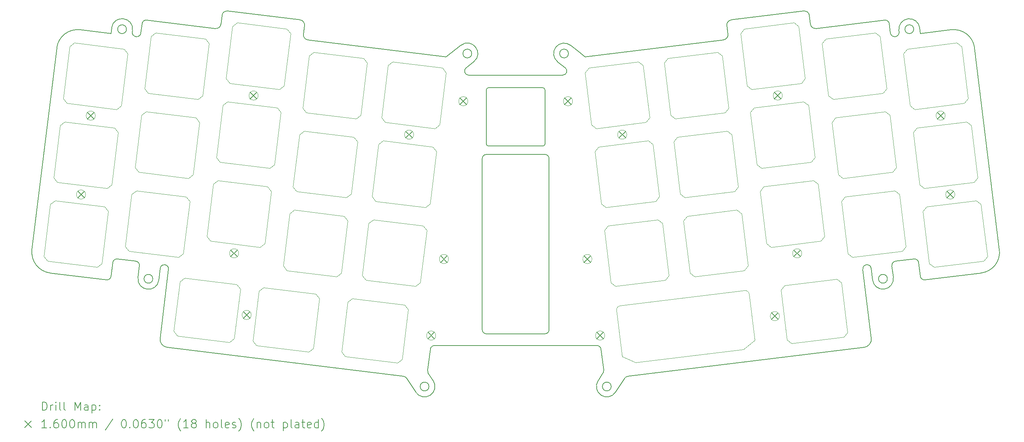
<source format=gbr>
%TF.GenerationSoftware,KiCad,Pcbnew,7.0.10-7.0.10~ubuntu23.04.1*%
%TF.CreationDate,Date%
%TF.ProjectId,plate_asym,706c6174-655f-4617-9379-6d2e6b696361,v0.1*%
%TF.SameCoordinates,Original*%
%TF.FileFunction,Drillmap*%
%TF.FilePolarity,Positive*%
%FSLAX45Y45*%
G04 Gerber Fmt 4.5, Leading zero omitted, Abs format (unit mm)*
G04 Created by KiCad*
%MOMM*%
%LPD*%
G01*
G04 APERTURE LIST*
%ADD10C,0.200000*%
%ADD11C,0.050000*%
%ADD12C,0.160000*%
G04 APERTURE END LIST*
D10*
X7768292Y-5899563D02*
X9505248Y-6112834D01*
X13000263Y-6996607D02*
X13352501Y-6720889D01*
X24349350Y-12254164D02*
G75*
G03*
X24460788Y-12341232I99260J12194D01*
G01*
X17344395Y-14654494D02*
X23002554Y-13959760D01*
X15313947Y-9135806D02*
X14013947Y-9135806D01*
X5019723Y-11927357D02*
X4979547Y-12254570D01*
X3086355Y-11619111D02*
G75*
G03*
X3521694Y-12176319I496255J-60949D01*
G01*
X13660987Y-7114385D02*
G75*
G03*
X13352501Y-6720889I-154247J196745D01*
G01*
X16636342Y-14759971D02*
G75*
G03*
X17055221Y-15032984I209438J-136509D01*
G01*
X13611743Y-6917636D02*
G75*
G03*
X13401743Y-6917636I-105000J0D01*
G01*
X13401743Y-6917636D02*
G75*
G03*
X13611743Y-6917636I105000J0D01*
G01*
X5131165Y-11840286D02*
G75*
G03*
X5019723Y-11927357I-12195J-99244D01*
G01*
X6155813Y-12066852D02*
X6121562Y-12345799D01*
X12273674Y-15033392D02*
X12056088Y-14699552D01*
X5574672Y-6512416D02*
X5582675Y-6513399D01*
X25807199Y-12175911D02*
G75*
G03*
X26242538Y-11618705I-60919J496261D01*
G01*
X9609729Y-6246564D02*
X9583984Y-6456240D01*
X23002554Y-13959759D02*
G75*
G03*
X23176689Y-13736877I-24374J198509D01*
G01*
X12720579Y-13914990D02*
X16608264Y-13914636D01*
X24349347Y-12254164D02*
X24309170Y-11926951D01*
X5487603Y-6400975D02*
G75*
G03*
X5574672Y-6512416I99257J-12185D01*
G01*
X6152205Y-13737283D02*
X6354315Y-12091221D01*
X5659546Y-12005918D02*
G75*
G03*
X5572472Y-11894475I-99266J12178D01*
G01*
X5625289Y-12284864D02*
X5659540Y-12005917D01*
X21720071Y-6213315D02*
G75*
G03*
X21853807Y-6317795I119129J14655D01*
G01*
X6326340Y-13960166D02*
X11984498Y-14654900D01*
X24335684Y-6303549D02*
G75*
G03*
X23836896Y-6364792I-249394J-30621D01*
G01*
X23207331Y-12345393D02*
X23173081Y-12066446D01*
X7475087Y-6318200D02*
G75*
G03*
X7608817Y-6213720I14613J119120D01*
G01*
X19640428Y-6589563D02*
G75*
G03*
X19744910Y-6455834I-14608J119093D01*
G01*
X23207335Y-12345393D02*
G75*
G03*
X23703604Y-12284458I248135J30463D01*
G01*
X14013947Y-7735806D02*
X15313947Y-7735806D01*
X9583985Y-6456240D02*
G75*
G03*
X9688465Y-6589969I119085J-14640D01*
G01*
X13477932Y-7257363D02*
G75*
G03*
X13539500Y-7436170I61558J-78807D01*
G01*
X9609728Y-6246564D02*
G75*
G03*
X9505248Y-6112834I-119118J14614D01*
G01*
X25648849Y-6783501D02*
X26242538Y-11618705D01*
X15927151Y-6917230D02*
G75*
G03*
X15717151Y-6917230I-105000J0D01*
G01*
X15717151Y-6917230D02*
G75*
G03*
X15927151Y-6917230I105000J0D01*
G01*
X15464069Y-9434813D02*
X15464069Y-13534813D01*
X13539500Y-7436170D02*
X15789529Y-7435847D01*
X24352305Y-6438942D02*
X25091641Y-6348163D01*
X15364069Y-13634813D02*
X13964069Y-13634813D01*
X13660985Y-7114383D02*
X13477930Y-7257360D01*
X5491997Y-6365198D02*
G75*
G03*
X4993213Y-6303955I-249392J30621D01*
G01*
X21853807Y-6317795D02*
X23495992Y-6116160D01*
X5625289Y-12284864D02*
G75*
G03*
X6121562Y-12345799I248137J-30467D01*
G01*
X16170920Y-6872985D02*
X16328630Y-6996201D01*
X4237252Y-6348569D02*
X4976589Y-6439348D01*
X5832901Y-6116571D02*
G75*
G03*
X5721460Y-6203634I-12191J-99249D01*
G01*
X12720579Y-13914988D02*
G75*
G03*
X12621475Y-14001701I11J-100002D01*
G01*
X23756422Y-11894072D02*
G75*
G03*
X23669354Y-12005511I12178J-99248D01*
G01*
X15976392Y-6720482D02*
X16170920Y-6872985D01*
X4237252Y-6348570D02*
G75*
G03*
X3680044Y-6783907I-60922J-496290D01*
G01*
X13864077Y-13534813D02*
G75*
G03*
X13964069Y-13634813I100023J23D01*
G01*
X19744910Y-6455834D02*
X19719165Y-6246158D01*
X23669354Y-12005511D02*
X23703604Y-12284458D01*
X23560468Y-12314926D02*
G75*
G03*
X23350468Y-12314926I-105000J0D01*
G01*
X23350468Y-12314926D02*
G75*
G03*
X23560468Y-12314926I105000J0D01*
G01*
X5832902Y-6116566D02*
X7475087Y-6318201D01*
X15363954Y-7785806D02*
G75*
G03*
X15313947Y-7735806I-50004J-4D01*
G01*
X25807199Y-12175913D02*
X24460788Y-12341232D01*
X23607431Y-6203228D02*
G75*
G03*
X23495992Y-6116160I-99251J-12182D01*
G01*
X17272806Y-14699146D02*
X17055220Y-15032986D01*
X15363947Y-7785806D02*
X15363947Y-9085806D01*
X4868105Y-12341637D02*
G75*
G03*
X4979547Y-12254570I12185J99257D01*
G01*
X5582675Y-6513397D02*
G75*
G03*
X5694116Y-6426331I12185J99257D01*
G01*
X16707385Y-14001340D02*
X16774719Y-14503251D01*
X23634779Y-6425925D02*
G75*
G03*
X23746219Y-6512993I99261J12195D01*
G01*
X13964069Y-9334813D02*
X15364069Y-9334813D01*
X16707385Y-14001340D02*
G75*
G03*
X16608264Y-13914636I-99115J-13300D01*
G01*
X19823646Y-6112429D02*
X21560602Y-5899157D01*
X12588114Y-14896882D02*
G75*
G03*
X12378114Y-14896882I-105000J0D01*
G01*
X12378114Y-14896882D02*
G75*
G03*
X12588114Y-14896882I105000J0D01*
G01*
X24191288Y-6334171D02*
G75*
G03*
X23981288Y-6334171I-105000J0D01*
G01*
X23981288Y-6334171D02*
G75*
G03*
X24191288Y-6334171I105000J0D01*
G01*
X23836896Y-6364792D02*
X23841289Y-6400569D01*
X23607433Y-6203228D02*
X23634777Y-6425925D01*
X13964069Y-9334809D02*
G75*
G03*
X13864069Y-9434813I1J-100001D01*
G01*
X25648854Y-6783501D02*
G75*
G03*
X25091641Y-6348163I-496284J-60949D01*
G01*
X12273673Y-15033389D02*
G75*
G03*
X12692555Y-14760375I209444J136503D01*
G01*
X9688465Y-6589970D02*
X13000263Y-6996607D01*
X16328630Y-6996201D02*
X19640428Y-6589564D01*
X15313947Y-9135807D02*
G75*
G03*
X15363947Y-9085806I3J49997D01*
G01*
X24309168Y-11926952D02*
G75*
G03*
X24197729Y-11839884I-99248J-12178D01*
G01*
X15464067Y-9434813D02*
G75*
G03*
X15364069Y-9334813I-99997J3D01*
G01*
X16636338Y-14759969D02*
X16759388Y-14571135D01*
X15976392Y-6720483D02*
G75*
G03*
X15667909Y-7113977I-154242J-196747D01*
G01*
X13963947Y-9085806D02*
X13963947Y-7785806D01*
X15789529Y-7435849D02*
G75*
G03*
X15851070Y-7257038I-9J99999D01*
G01*
X16950780Y-14896476D02*
G75*
G03*
X16740779Y-14896476I-105000J0D01*
G01*
X16740779Y-14896476D02*
G75*
G03*
X16950780Y-14896476I105000J0D01*
G01*
X4868105Y-12341638D02*
X3521694Y-12176319D01*
X23756422Y-11894069D02*
X24197729Y-11839884D01*
X5131165Y-11840290D02*
X5572472Y-11894475D01*
X12554177Y-14503658D02*
G75*
G03*
X12569505Y-14571541I99113J-13292D01*
G01*
X12569505Y-14571541D02*
X12692555Y-14760375D01*
X5487605Y-6400975D02*
X5491997Y-6365198D01*
X17344396Y-14654496D02*
G75*
G03*
X17272806Y-14699146I12184J-99254D01*
G01*
X21694332Y-6003638D02*
X21720076Y-6213314D01*
X23173082Y-12066442D02*
G75*
G03*
X22974578Y-12090815I-99252J-12188D01*
G01*
X24352260Y-6438580D02*
X24335681Y-6303549D01*
X16759388Y-14571135D02*
G75*
G03*
X16774719Y-14503251I-83778J54595D01*
G01*
X6152205Y-13737283D02*
G75*
G03*
X6326340Y-13960166I198505J-24377D01*
G01*
X13864069Y-13534813D02*
X13864069Y-9434813D01*
X19823646Y-6112427D02*
G75*
G03*
X19719165Y-6246158I14634J-119113D01*
G01*
X23746219Y-6512993D02*
X23754221Y-6512010D01*
X7608817Y-6213720D02*
X7634562Y-6004044D01*
X5978426Y-12315332D02*
G75*
G03*
X5768426Y-12315332I-105000J0D01*
G01*
X5768426Y-12315332D02*
G75*
G03*
X5978426Y-12315332I105000J0D01*
G01*
X12554174Y-14503657D02*
X12621475Y-14001701D01*
X5694116Y-6426331D02*
X5721460Y-6203634D01*
X12056089Y-14699551D02*
G75*
G03*
X11984498Y-14654900I-83779J-54609D01*
G01*
X15851070Y-7257038D02*
X15667909Y-7113977D01*
X13963954Y-9085806D02*
G75*
G03*
X14013947Y-9135806I49996J-4D01*
G01*
X5347605Y-6334577D02*
G75*
G03*
X5137605Y-6334577I-105000J0D01*
G01*
X5137605Y-6334577D02*
G75*
G03*
X5347605Y-6334577I105000J0D01*
G01*
X15364069Y-13634819D02*
G75*
G03*
X15464069Y-13534813I-9J100009D01*
G01*
X14013947Y-7735807D02*
G75*
G03*
X13963947Y-7785806I3J-50003D01*
G01*
X3086356Y-11619111D02*
X3680044Y-6783907D01*
X4993213Y-6303955D02*
X4976633Y-6438986D01*
X21694340Y-6003637D02*
G75*
G03*
X21560602Y-5899157I-119120J-14643D01*
G01*
X23754221Y-6512008D02*
G75*
G03*
X23841289Y-6400569I-12191J99258D01*
G01*
X22974578Y-12090815D02*
X23176689Y-13736877D01*
X6354308Y-12091220D02*
G75*
G03*
X6155813Y-12066848I-99248J12180D01*
G01*
X7768292Y-5899557D02*
G75*
G03*
X7634562Y-6004044I-14603J-119133D01*
G01*
D11*
X19960333Y-10667365D02*
X18769278Y-10813608D01*
X19960333Y-10667365D02*
X20071774Y-10754433D01*
X18682210Y-10925050D02*
X18769278Y-10813608D01*
X18682210Y-10925050D02*
X18835765Y-12175658D01*
X20225330Y-12005041D02*
X20071774Y-10754433D01*
X18835765Y-12175658D02*
X18947207Y-12262726D01*
X20138262Y-12116482D02*
X20225330Y-12005041D01*
X18947207Y-12262726D02*
X20138262Y-12116482D01*
X21793093Y-9962504D02*
X20602038Y-10108747D01*
X21793093Y-9962504D02*
X21904535Y-10049572D01*
X20514970Y-10220189D02*
X20602038Y-10108747D01*
X20514970Y-10220189D02*
X20668525Y-11470797D01*
X22058090Y-11300180D02*
X21904535Y-10049572D01*
X20668525Y-11470797D02*
X20779967Y-11557864D01*
X21971022Y-11411621D02*
X22058090Y-11300180D01*
X20779967Y-11557864D02*
X21971022Y-11411621D01*
X11544755Y-8567043D02*
X12735810Y-8713286D01*
X11544755Y-8567043D02*
X11457687Y-8455601D01*
X12847252Y-8626218D02*
X12735810Y-8713286D01*
X12847252Y-8626218D02*
X13000807Y-7375610D01*
X11611243Y-7204993D02*
X11457687Y-8455601D01*
X13000807Y-7375610D02*
X12913739Y-7264169D01*
X11722684Y-7117925D02*
X11611243Y-7204993D01*
X12913739Y-7264169D02*
X11722684Y-7117925D01*
X11312594Y-10457843D02*
X12503649Y-10604086D01*
X11312594Y-10457843D02*
X11225526Y-10346402D01*
X12615091Y-10517019D02*
X12503649Y-10604086D01*
X12615091Y-10517019D02*
X12768646Y-9266411D01*
X11379081Y-9095794D02*
X11225526Y-10346402D01*
X12768646Y-9266411D02*
X12681578Y-9154969D01*
X11490523Y-9008726D02*
X11379081Y-9095794D01*
X12681578Y-9154969D02*
X11490523Y-9008726D01*
X8517826Y-12613313D02*
X8371583Y-13804369D01*
X8517826Y-12613313D02*
X8629268Y-12526246D01*
X8458651Y-13915810D02*
X8371583Y-13804369D01*
X8458651Y-13915810D02*
X9709259Y-14069366D01*
X9879876Y-12679801D02*
X8629268Y-12526246D01*
X9709259Y-14069366D02*
X9820701Y-13982298D01*
X9966944Y-12791242D02*
X9879876Y-12679801D01*
X9820701Y-13982298D02*
X9966944Y-12791242D01*
X23741934Y-10203043D02*
X22550878Y-10349286D01*
X23741934Y-10203043D02*
X23853375Y-10290111D01*
X22463811Y-10460728D02*
X22550878Y-10349286D01*
X22463811Y-10460728D02*
X22617366Y-11711336D01*
X24006931Y-11540719D02*
X23853375Y-10290111D01*
X22617366Y-11711336D02*
X22728808Y-11798403D01*
X23919863Y-11652160D02*
X24006931Y-11540719D01*
X22728808Y-11798403D02*
X23919863Y-11652160D01*
X16026897Y-8060706D02*
G75*
G03*
X15806897Y-8060706I-110000J0D01*
G01*
X15806897Y-8060706D02*
G75*
G03*
X16026897Y-8060706I110000J0D01*
G01*
X23509773Y-8312242D02*
X22318717Y-8458486D01*
X23509773Y-8312242D02*
X23621214Y-8399310D01*
X22231650Y-8569927D02*
X22318717Y-8458486D01*
X22231650Y-8569927D02*
X22385205Y-9820535D01*
X23774770Y-9649918D02*
X23621214Y-8399310D01*
X22385205Y-9820535D02*
X22496646Y-9907603D01*
X23687702Y-9761360D02*
X23774770Y-9649918D01*
X22496646Y-9907603D02*
X23687702Y-9761360D01*
X12751814Y-13675067D02*
G75*
G03*
X12531814Y-13675067I-110000J0D01*
G01*
X12531814Y-13675067D02*
G75*
G03*
X12751814Y-13675067I110000J0D01*
G01*
X6627026Y-12381152D02*
X6480783Y-13572208D01*
X6627026Y-12381152D02*
X6738467Y-12294085D01*
X6567850Y-13683649D02*
X6480783Y-13572208D01*
X6567850Y-13683649D02*
X7818458Y-13837205D01*
X7989075Y-12447640D02*
X6738467Y-12294085D01*
X7818458Y-13837205D02*
X7929900Y-13750137D01*
X8076143Y-12559082D02*
X7989075Y-12447640D01*
X7929900Y-13750137D02*
X8076143Y-12559082D01*
X20977497Y-13211116D02*
G75*
G03*
X20757497Y-13211116I-110000J0D01*
G01*
X20757497Y-13211116D02*
G75*
G03*
X20977497Y-13211116I110000J0D01*
G01*
X24945353Y-8405144D02*
G75*
G03*
X24725353Y-8405144I-110000J0D01*
G01*
X24725353Y-8405144D02*
G75*
G03*
X24945353Y-8405144I110000J0D01*
G01*
X16796080Y-13675067D02*
G75*
G03*
X16576080Y-13675067I-110000J0D01*
G01*
X16576080Y-13675067D02*
G75*
G03*
X16796080Y-13675067I110000J0D01*
G01*
X13056675Y-11842307D02*
G75*
G03*
X12836675Y-11842307I-110000J0D01*
G01*
X12836675Y-11842307D02*
G75*
G03*
X13056675Y-11842307I110000J0D01*
G01*
X5408032Y-11652160D02*
X6599087Y-11798403D01*
X5408032Y-11652160D02*
X5320964Y-11540719D01*
X6710528Y-11711336D02*
X6599087Y-11798403D01*
X6710528Y-11711336D02*
X6864084Y-10460728D01*
X5474519Y-10290111D02*
X5320964Y-11540719D01*
X6864084Y-10460728D02*
X6777016Y-10349286D01*
X5585961Y-10203043D02*
X5474519Y-10290111D01*
X6777016Y-10349286D02*
X5585961Y-10203043D01*
X18069533Y-10899526D02*
X16878477Y-11045769D01*
X18069533Y-10899526D02*
X18180974Y-10986594D01*
X16791409Y-11157211D02*
X16878477Y-11045769D01*
X16791409Y-11157211D02*
X16944965Y-12407819D01*
X18334529Y-12237202D02*
X18180974Y-10986594D01*
X16944965Y-12407819D02*
X17056406Y-12494887D01*
X18247462Y-12348644D02*
X18334529Y-12237202D01*
X17056406Y-12494887D02*
X18247462Y-12348644D01*
X9653955Y-8334882D02*
X10845010Y-8481125D01*
X9653955Y-8334882D02*
X9566887Y-8223440D01*
X10956451Y-8394057D02*
X10845010Y-8481125D01*
X10956451Y-8394057D02*
X11110007Y-7143449D01*
X9720442Y-6972832D02*
X9566887Y-8223440D01*
X11110007Y-7143449D02*
X11022939Y-7032007D01*
X9831884Y-6885764D02*
X9720442Y-6972832D01*
X11022939Y-7032007D02*
X9831884Y-6885764D01*
X4370380Y-10295944D02*
G75*
G03*
X4150380Y-10295944I-110000J0D01*
G01*
X4150380Y-10295944D02*
G75*
G03*
X4370380Y-10295944I110000J0D01*
G01*
X11080433Y-12348644D02*
X12271488Y-12494887D01*
X11080433Y-12348644D02*
X10993365Y-12237202D01*
X12382930Y-12407819D02*
X12271488Y-12494887D01*
X12382930Y-12407819D02*
X12536485Y-11157211D01*
X11146920Y-10986594D02*
X10993365Y-12237202D01*
X12536485Y-11157211D02*
X12449417Y-11045769D01*
X11258362Y-10899526D02*
X11146920Y-10986594D01*
X12449417Y-11045769D02*
X11258362Y-10899526D01*
X10644977Y-12874494D02*
X10498734Y-14065550D01*
X10644977Y-12874494D02*
X10756418Y-12787427D01*
X10585801Y-14176991D02*
X10498734Y-14065550D01*
X10585801Y-14176991D02*
X11836409Y-14330547D01*
X12007026Y-12940982D02*
X10756418Y-12787427D01*
X11836409Y-14330547D02*
X11947851Y-14243479D01*
X12094094Y-13052424D02*
X12007026Y-12940982D01*
X11947851Y-14243479D02*
X12094094Y-13052424D01*
X3691352Y-10001899D02*
X4882407Y-10148142D01*
X3691352Y-10001899D02*
X3604284Y-9890457D01*
X4993849Y-10061074D02*
X4882407Y-10148142D01*
X4993849Y-10061074D02*
X5147404Y-8810466D01*
X3757840Y-8639849D02*
X3604284Y-9890457D01*
X5147404Y-8810466D02*
X5060337Y-8699025D01*
X3869281Y-8552782D02*
X3757840Y-8639849D01*
X5060337Y-8699025D02*
X3869281Y-8552782D01*
X23277612Y-6421442D02*
X22086556Y-6567685D01*
X23277612Y-6421442D02*
X23389053Y-6508510D01*
X21999489Y-6679127D02*
X22086556Y-6567685D01*
X21999489Y-6679127D02*
X22153044Y-7929735D01*
X23542608Y-7759118D02*
X23389053Y-6508510D01*
X22153044Y-7929735D02*
X22264485Y-8016803D01*
X23455541Y-7870559D02*
X23542608Y-7759118D01*
X22264485Y-8016803D02*
X23455541Y-7870559D01*
X25226452Y-6661981D02*
X24035397Y-6808224D01*
X25226452Y-6661981D02*
X25337894Y-6749049D01*
X23948329Y-6919666D02*
X24035397Y-6808224D01*
X23948329Y-6919666D02*
X24101885Y-8170274D01*
X25491449Y-7999657D02*
X25337894Y-6749049D01*
X24101885Y-8170274D02*
X24213326Y-8257342D01*
X25404381Y-8111098D02*
X25491449Y-7999657D01*
X24213326Y-8257342D02*
X25404381Y-8111098D01*
X5640193Y-9761360D02*
X6831248Y-9907603D01*
X5640193Y-9761360D02*
X5553125Y-9649918D01*
X6942689Y-9820535D02*
X6831248Y-9907603D01*
X6942689Y-9820535D02*
X7096245Y-8569927D01*
X5706680Y-8399310D02*
X5553125Y-9649918D01*
X7096245Y-8569927D02*
X7009177Y-8458486D01*
X5818122Y-8312242D02*
X5706680Y-8399310D01*
X7009177Y-8458486D02*
X5818122Y-8312242D01*
X3923513Y-8111098D02*
X5114568Y-8257342D01*
X3923513Y-8111098D02*
X3836445Y-7999657D01*
X5226010Y-8170274D02*
X5114568Y-8257342D01*
X5226010Y-8170274D02*
X5379565Y-6919666D01*
X3990001Y-6749049D02*
X3836445Y-7999657D01*
X5379565Y-6919666D02*
X5292498Y-6808224D01*
X4101442Y-6661981D02*
X3990001Y-6749049D01*
X5292498Y-6808224D02*
X4101442Y-6661981D01*
X5872354Y-7870559D02*
X7063409Y-8016803D01*
X5872354Y-7870559D02*
X5785286Y-7759118D01*
X7174851Y-7929735D02*
X7063409Y-8016803D01*
X7174851Y-7929735D02*
X7328406Y-6679127D01*
X5938841Y-6508510D02*
X5785286Y-7759118D01*
X7328406Y-6679127D02*
X7241338Y-6567685D01*
X6050283Y-6421442D02*
X5938841Y-6508510D01*
X7241338Y-6567685D02*
X6050283Y-6421442D01*
X7589033Y-9520821D02*
X8780089Y-9667064D01*
X7589033Y-9520821D02*
X7501966Y-9409379D01*
X8891530Y-9579996D02*
X8780089Y-9667064D01*
X8891530Y-9579996D02*
X9045086Y-8329388D01*
X7655521Y-8158771D02*
X7501966Y-9409379D01*
X9045086Y-8329388D02*
X8958018Y-8217947D01*
X7766962Y-8071703D02*
X7655521Y-8158771D01*
X8958018Y-8217947D02*
X7766962Y-8071703D01*
X25690911Y-10443261D02*
X24499856Y-10589504D01*
X25690911Y-10443261D02*
X25802353Y-10530328D01*
X24412788Y-10700945D02*
X24499856Y-10589504D01*
X24412788Y-10700945D02*
X24566344Y-11951553D01*
X25955908Y-11780936D02*
X25802353Y-10530328D01*
X24566344Y-11951553D02*
X24677785Y-12038621D01*
X25868840Y-11892378D02*
X25955908Y-11780936D01*
X24677785Y-12038621D02*
X25868840Y-11892378D01*
X16491219Y-11842307D02*
G75*
G03*
X16271219Y-11842307I-110000J0D01*
G01*
X16271219Y-11842307D02*
G75*
G03*
X16491219Y-11842307I110000J0D01*
G01*
X8500223Y-7924065D02*
G75*
G03*
X8280223Y-7924065I-110000J0D01*
G01*
X8280223Y-7924065D02*
G75*
G03*
X8500223Y-7924065I110000J0D01*
G01*
X13520998Y-8060706D02*
G75*
G03*
X13300998Y-8060706I-110000J0D01*
G01*
X13300998Y-8060706D02*
G75*
G03*
X13520998Y-8060706I110000J0D01*
G01*
X8035284Y-11705585D02*
G75*
G03*
X7815284Y-11705585I-110000J0D01*
G01*
X7815284Y-11705585D02*
G75*
G03*
X8035284Y-11705585I110000J0D01*
G01*
X21047672Y-7924065D02*
G75*
G03*
X20827672Y-7924065I-110000J0D01*
G01*
X20827672Y-7924065D02*
G75*
G03*
X21047672Y-7924065I110000J0D01*
G01*
X17324727Y-8861006D02*
G75*
G03*
X17104727Y-8861006I-110000J0D01*
G01*
X17104727Y-8861006D02*
G75*
G03*
X17324727Y-8861006I110000J0D01*
G01*
X3459808Y-11892781D02*
X4650863Y-12039024D01*
X3459808Y-11892781D02*
X3372740Y-11781340D01*
X4762305Y-11951957D02*
X4650863Y-12039024D01*
X4762305Y-11951957D02*
X4915860Y-10701349D01*
X3526295Y-10530732D02*
X3372740Y-11781340D01*
X4915860Y-10701349D02*
X4828792Y-10589907D01*
X3637737Y-10443664D02*
X3526295Y-10530732D01*
X4828792Y-10589907D02*
X3637737Y-10443664D01*
X21512610Y-11705584D02*
G75*
G03*
X21292610Y-11705584I-110000J0D01*
G01*
X21292610Y-11705584D02*
G75*
G03*
X21512610Y-11705584I110000J0D01*
G01*
X9189632Y-12116482D02*
X10380688Y-12262726D01*
X9189632Y-12116482D02*
X9102565Y-12005041D01*
X10492129Y-12175658D02*
X10380688Y-12262726D01*
X10492129Y-12175658D02*
X10645685Y-10925050D01*
X9256120Y-10754433D02*
X9102565Y-12005041D01*
X10645685Y-10925050D02*
X10558617Y-10813608D01*
X9367562Y-10667365D02*
X9256120Y-10754433D01*
X10558617Y-10813608D02*
X9367562Y-10667365D01*
X17215341Y-14180931D02*
X17079456Y-13074242D01*
X17215341Y-14180931D02*
X17535041Y-14323029D01*
X17166524Y-12962801D02*
X20144162Y-12597193D01*
X20115661Y-14006168D02*
X17535041Y-14323029D01*
X20255604Y-12684260D02*
X20391488Y-13790949D01*
X20391488Y-13790949D02*
X20115661Y-14006168D01*
X17166524Y-12962801D02*
G75*
G03*
X17079456Y-13074242I12187J-99254D01*
G01*
X20255604Y-12684260D02*
G75*
G03*
X20144162Y-12597193I-99255J-12187D01*
G01*
X7356872Y-11411621D02*
X8547928Y-11557864D01*
X7356872Y-11411621D02*
X7269804Y-11300180D01*
X8659369Y-11470797D02*
X8547928Y-11557864D01*
X8659369Y-11470797D02*
X8812925Y-10220189D01*
X7423360Y-10049572D02*
X7269804Y-11300180D01*
X8812925Y-10220189D02*
X8725857Y-10108747D01*
X7534801Y-9962504D02*
X7423360Y-10049572D01*
X8725857Y-10108747D02*
X7534801Y-9962504D01*
X25458613Y-8552782D02*
X24267558Y-8699025D01*
X25458613Y-8552782D02*
X25570055Y-8639849D01*
X24180490Y-8810466D02*
X24267558Y-8699025D01*
X24180490Y-8810466D02*
X24334046Y-10061074D01*
X25723610Y-9890457D02*
X25570055Y-8639849D01*
X24334046Y-10061074D02*
X24445487Y-10148142D01*
X25636543Y-10001899D02*
X25723610Y-9890457D01*
X24445487Y-10148142D02*
X25636543Y-10001899D01*
X17605210Y-7117925D02*
X16414155Y-7264169D01*
X17605210Y-7117925D02*
X17716652Y-7204993D01*
X16327087Y-7375610D02*
X16414155Y-7264169D01*
X16327087Y-7375610D02*
X16480643Y-8626218D01*
X17870207Y-8455601D02*
X17716652Y-7204993D01*
X16480643Y-8626218D02*
X16592084Y-8713286D01*
X17783140Y-8567043D02*
X17870207Y-8455601D01*
X16592084Y-8713286D02*
X17783140Y-8567043D01*
X8333863Y-13181725D02*
G75*
G03*
X8113863Y-13181725I-110000J0D01*
G01*
X8113863Y-13181725D02*
G75*
G03*
X8333863Y-13181725I110000J0D01*
G01*
X19728172Y-8776565D02*
X18537116Y-8922808D01*
X19728172Y-8776565D02*
X19839613Y-8863632D01*
X18450049Y-9034250D02*
X18537116Y-8922808D01*
X18450049Y-9034250D02*
X18603604Y-10284858D01*
X19993169Y-10114241D02*
X19839613Y-8863632D01*
X18603604Y-10284858D02*
X18715046Y-10371925D01*
X19906101Y-10225682D02*
X19993169Y-10114241D01*
X18715046Y-10371925D02*
X19906101Y-10225682D01*
X12223167Y-8861006D02*
G75*
G03*
X12003167Y-8861006I-110000J0D01*
G01*
X12003167Y-8861006D02*
G75*
G03*
X12223167Y-8861006I110000J0D01*
G01*
X25177514Y-10295944D02*
G75*
G03*
X24957514Y-10295944I-110000J0D01*
G01*
X24957514Y-10295944D02*
G75*
G03*
X25177514Y-10295944I110000J0D01*
G01*
X17837371Y-9008726D02*
X16646316Y-9154969D01*
X17837371Y-9008726D02*
X17948813Y-9095794D01*
X16559248Y-9266411D02*
X16646316Y-9154969D01*
X16559248Y-9266411D02*
X16712804Y-10517019D01*
X18102368Y-10346402D02*
X17948813Y-9095794D01*
X16712804Y-10517019D02*
X16824245Y-10604086D01*
X18015301Y-10457843D02*
X18102368Y-10346402D01*
X16824245Y-10604086D02*
X18015301Y-10457843D01*
X4602542Y-8405144D02*
G75*
G03*
X4382542Y-8405144I-110000J0D01*
G01*
X4382542Y-8405144D02*
G75*
G03*
X4602542Y-8405144I110000J0D01*
G01*
X21328771Y-6180903D02*
X20137716Y-6327146D01*
X21328771Y-6180903D02*
X21440212Y-6267971D01*
X20050648Y-6438588D02*
X20137716Y-6327146D01*
X20050648Y-6438588D02*
X20204203Y-7689196D01*
X21593768Y-7518579D02*
X21440212Y-6267971D01*
X20204203Y-7689196D02*
X20315645Y-7776264D01*
X21506700Y-7630020D02*
X21593768Y-7518579D01*
X20315645Y-7776264D02*
X21506700Y-7630020D01*
X19496011Y-6885764D02*
X18304955Y-7032007D01*
X19496011Y-6885764D02*
X19607452Y-6972832D01*
X18217888Y-7143449D02*
X18304955Y-7032007D01*
X18217888Y-7143449D02*
X18371443Y-8394057D01*
X19761008Y-8223440D02*
X19607452Y-6972832D01*
X18371443Y-8394057D02*
X18482885Y-8481125D01*
X19673940Y-8334882D02*
X19761008Y-8223440D01*
X18482885Y-8481125D02*
X19673940Y-8334882D01*
X21015354Y-12588151D02*
X21161597Y-13779207D01*
X21015354Y-12588151D02*
X21102422Y-12476710D01*
X21273039Y-13866274D02*
X21161597Y-13779207D01*
X21273039Y-13866274D02*
X22523647Y-13712719D01*
X22353030Y-12323154D02*
X21102422Y-12476710D01*
X22523647Y-13712719D02*
X22610715Y-13601277D01*
X22464471Y-12410222D02*
X22353030Y-12323154D01*
X22610715Y-13601277D02*
X22464471Y-12410222D01*
X7821194Y-7630020D02*
X9012250Y-7776264D01*
X7821194Y-7630020D02*
X7734127Y-7518579D01*
X9123691Y-7689196D02*
X9012250Y-7776264D01*
X9123691Y-7689196D02*
X9277247Y-6438588D01*
X7887682Y-6267971D02*
X7734127Y-7518579D01*
X9277247Y-6438588D02*
X9190179Y-6327146D01*
X7999124Y-6180903D02*
X7887682Y-6267971D01*
X9190179Y-6327146D02*
X7999124Y-6180903D01*
X9421793Y-10225682D02*
X10612849Y-10371925D01*
X9421793Y-10225682D02*
X9334726Y-10114241D01*
X10724290Y-10284858D02*
X10612849Y-10371925D01*
X10724290Y-10284858D02*
X10877846Y-9034250D01*
X9488281Y-8863632D02*
X9334726Y-10114241D01*
X10877846Y-9034250D02*
X10790778Y-8922808D01*
X9599723Y-8776565D02*
X9488281Y-8863632D01*
X10790778Y-8922808D02*
X9599723Y-8776565D01*
X21560932Y-8071703D02*
X20369877Y-8217947D01*
X21560932Y-8071703D02*
X21672374Y-8158771D01*
X20282809Y-8329388D02*
X20369877Y-8217947D01*
X20282809Y-8329388D02*
X20436364Y-9579996D01*
X21825929Y-9409379D02*
X21672374Y-8158771D01*
X20436364Y-9579996D02*
X20547806Y-9667064D01*
X21738861Y-9520821D02*
X21825929Y-9409379D01*
X20547806Y-9667064D02*
X21738861Y-9520821D01*
D10*
D12*
X4180380Y-10215944D02*
X4340380Y-10375944D01*
X4340380Y-10215944D02*
X4180380Y-10375944D01*
X4412542Y-8325144D02*
X4572542Y-8485144D01*
X4572542Y-8325144D02*
X4412542Y-8485144D01*
X7845284Y-11625585D02*
X8005284Y-11785585D01*
X8005284Y-11625585D02*
X7845284Y-11785585D01*
X8143863Y-13101725D02*
X8303863Y-13261725D01*
X8303863Y-13101725D02*
X8143863Y-13261725D01*
X8310223Y-7844065D02*
X8470223Y-8004065D01*
X8470223Y-7844065D02*
X8310223Y-8004065D01*
X12033167Y-8781006D02*
X12193167Y-8941006D01*
X12193167Y-8781006D02*
X12033167Y-8941006D01*
X12561814Y-13595067D02*
X12721814Y-13755067D01*
X12721814Y-13595067D02*
X12561814Y-13755067D01*
X12866675Y-11762307D02*
X13026675Y-11922307D01*
X13026675Y-11762307D02*
X12866675Y-11922307D01*
X13330998Y-7980706D02*
X13490998Y-8140706D01*
X13490998Y-7980706D02*
X13330998Y-8140706D01*
X15836897Y-7980706D02*
X15996897Y-8140706D01*
X15996897Y-7980706D02*
X15836897Y-8140706D01*
X16301219Y-11762307D02*
X16461219Y-11922307D01*
X16461219Y-11762307D02*
X16301219Y-11922307D01*
X16606080Y-13595067D02*
X16766080Y-13755067D01*
X16766080Y-13595067D02*
X16606080Y-13755067D01*
X17134727Y-8781006D02*
X17294727Y-8941006D01*
X17294727Y-8781006D02*
X17134727Y-8941006D01*
X20787497Y-13131116D02*
X20947497Y-13291116D01*
X20947497Y-13131116D02*
X20787497Y-13291116D01*
X20857672Y-7844065D02*
X21017672Y-8004065D01*
X21017672Y-7844065D02*
X20857672Y-8004065D01*
X21322610Y-11625584D02*
X21482610Y-11785584D01*
X21482610Y-11625584D02*
X21322610Y-11785584D01*
X24755353Y-8325144D02*
X24915353Y-8485144D01*
X24915353Y-8325144D02*
X24755353Y-8485144D01*
X24987514Y-10215944D02*
X25147514Y-10375944D01*
X25147514Y-10215944D02*
X24987514Y-10375944D01*
D10*
X3333403Y-15468369D02*
X3333403Y-15268369D01*
X3333403Y-15268369D02*
X3381022Y-15268369D01*
X3381022Y-15268369D02*
X3409593Y-15277893D01*
X3409593Y-15277893D02*
X3428641Y-15296941D01*
X3428641Y-15296941D02*
X3438165Y-15315988D01*
X3438165Y-15315988D02*
X3447689Y-15354084D01*
X3447689Y-15354084D02*
X3447689Y-15382655D01*
X3447689Y-15382655D02*
X3438165Y-15420750D01*
X3438165Y-15420750D02*
X3428641Y-15439798D01*
X3428641Y-15439798D02*
X3409593Y-15458846D01*
X3409593Y-15458846D02*
X3381022Y-15468369D01*
X3381022Y-15468369D02*
X3333403Y-15468369D01*
X3533403Y-15468369D02*
X3533403Y-15335036D01*
X3533403Y-15373131D02*
X3542927Y-15354084D01*
X3542927Y-15354084D02*
X3552450Y-15344560D01*
X3552450Y-15344560D02*
X3571498Y-15335036D01*
X3571498Y-15335036D02*
X3590546Y-15335036D01*
X3657212Y-15468369D02*
X3657212Y-15335036D01*
X3657212Y-15268369D02*
X3647689Y-15277893D01*
X3647689Y-15277893D02*
X3657212Y-15287417D01*
X3657212Y-15287417D02*
X3666736Y-15277893D01*
X3666736Y-15277893D02*
X3657212Y-15268369D01*
X3657212Y-15268369D02*
X3657212Y-15287417D01*
X3781022Y-15468369D02*
X3761974Y-15458846D01*
X3761974Y-15458846D02*
X3752450Y-15439798D01*
X3752450Y-15439798D02*
X3752450Y-15268369D01*
X3885784Y-15468369D02*
X3866736Y-15458846D01*
X3866736Y-15458846D02*
X3857212Y-15439798D01*
X3857212Y-15439798D02*
X3857212Y-15268369D01*
X4114355Y-15468369D02*
X4114355Y-15268369D01*
X4114355Y-15268369D02*
X4181022Y-15411227D01*
X4181022Y-15411227D02*
X4247689Y-15268369D01*
X4247689Y-15268369D02*
X4247689Y-15468369D01*
X4428641Y-15468369D02*
X4428641Y-15363608D01*
X4428641Y-15363608D02*
X4419117Y-15344560D01*
X4419117Y-15344560D02*
X4400070Y-15335036D01*
X4400070Y-15335036D02*
X4361974Y-15335036D01*
X4361974Y-15335036D02*
X4342927Y-15344560D01*
X4428641Y-15458846D02*
X4409593Y-15468369D01*
X4409593Y-15468369D02*
X4361974Y-15468369D01*
X4361974Y-15468369D02*
X4342927Y-15458846D01*
X4342927Y-15458846D02*
X4333403Y-15439798D01*
X4333403Y-15439798D02*
X4333403Y-15420750D01*
X4333403Y-15420750D02*
X4342927Y-15401703D01*
X4342927Y-15401703D02*
X4361974Y-15392179D01*
X4361974Y-15392179D02*
X4409593Y-15392179D01*
X4409593Y-15392179D02*
X4428641Y-15382655D01*
X4523879Y-15335036D02*
X4523879Y-15535036D01*
X4523879Y-15344560D02*
X4542927Y-15335036D01*
X4542927Y-15335036D02*
X4581022Y-15335036D01*
X4581022Y-15335036D02*
X4600070Y-15344560D01*
X4600070Y-15344560D02*
X4609593Y-15354084D01*
X4609593Y-15354084D02*
X4619117Y-15373131D01*
X4619117Y-15373131D02*
X4619117Y-15430274D01*
X4619117Y-15430274D02*
X4609593Y-15449322D01*
X4609593Y-15449322D02*
X4600070Y-15458846D01*
X4600070Y-15458846D02*
X4581022Y-15468369D01*
X4581022Y-15468369D02*
X4542927Y-15468369D01*
X4542927Y-15468369D02*
X4523879Y-15458846D01*
X4704832Y-15449322D02*
X4714355Y-15458846D01*
X4714355Y-15458846D02*
X4704832Y-15468369D01*
X4704832Y-15468369D02*
X4695308Y-15458846D01*
X4695308Y-15458846D02*
X4704832Y-15449322D01*
X4704832Y-15449322D02*
X4704832Y-15468369D01*
X4704832Y-15344560D02*
X4714355Y-15354084D01*
X4714355Y-15354084D02*
X4704832Y-15363608D01*
X4704832Y-15363608D02*
X4695308Y-15354084D01*
X4695308Y-15354084D02*
X4704832Y-15344560D01*
X4704832Y-15344560D02*
X4704832Y-15363608D01*
D12*
X2912626Y-15716886D02*
X3072626Y-15876886D01*
X3072626Y-15716886D02*
X2912626Y-15876886D01*
D10*
X3438165Y-15888369D02*
X3323879Y-15888369D01*
X3381022Y-15888369D02*
X3381022Y-15688369D01*
X3381022Y-15688369D02*
X3361974Y-15716941D01*
X3361974Y-15716941D02*
X3342927Y-15735988D01*
X3342927Y-15735988D02*
X3323879Y-15745512D01*
X3523879Y-15869322D02*
X3533403Y-15878846D01*
X3533403Y-15878846D02*
X3523879Y-15888369D01*
X3523879Y-15888369D02*
X3514355Y-15878846D01*
X3514355Y-15878846D02*
X3523879Y-15869322D01*
X3523879Y-15869322D02*
X3523879Y-15888369D01*
X3704831Y-15688369D02*
X3666736Y-15688369D01*
X3666736Y-15688369D02*
X3647689Y-15697893D01*
X3647689Y-15697893D02*
X3638165Y-15707417D01*
X3638165Y-15707417D02*
X3619117Y-15735988D01*
X3619117Y-15735988D02*
X3609593Y-15774084D01*
X3609593Y-15774084D02*
X3609593Y-15850274D01*
X3609593Y-15850274D02*
X3619117Y-15869322D01*
X3619117Y-15869322D02*
X3628641Y-15878846D01*
X3628641Y-15878846D02*
X3647689Y-15888369D01*
X3647689Y-15888369D02*
X3685784Y-15888369D01*
X3685784Y-15888369D02*
X3704831Y-15878846D01*
X3704831Y-15878846D02*
X3714355Y-15869322D01*
X3714355Y-15869322D02*
X3723879Y-15850274D01*
X3723879Y-15850274D02*
X3723879Y-15802655D01*
X3723879Y-15802655D02*
X3714355Y-15783608D01*
X3714355Y-15783608D02*
X3704831Y-15774084D01*
X3704831Y-15774084D02*
X3685784Y-15764560D01*
X3685784Y-15764560D02*
X3647689Y-15764560D01*
X3647689Y-15764560D02*
X3628641Y-15774084D01*
X3628641Y-15774084D02*
X3619117Y-15783608D01*
X3619117Y-15783608D02*
X3609593Y-15802655D01*
X3847689Y-15688369D02*
X3866736Y-15688369D01*
X3866736Y-15688369D02*
X3885784Y-15697893D01*
X3885784Y-15697893D02*
X3895308Y-15707417D01*
X3895308Y-15707417D02*
X3904831Y-15726465D01*
X3904831Y-15726465D02*
X3914355Y-15764560D01*
X3914355Y-15764560D02*
X3914355Y-15812179D01*
X3914355Y-15812179D02*
X3904831Y-15850274D01*
X3904831Y-15850274D02*
X3895308Y-15869322D01*
X3895308Y-15869322D02*
X3885784Y-15878846D01*
X3885784Y-15878846D02*
X3866736Y-15888369D01*
X3866736Y-15888369D02*
X3847689Y-15888369D01*
X3847689Y-15888369D02*
X3828641Y-15878846D01*
X3828641Y-15878846D02*
X3819117Y-15869322D01*
X3819117Y-15869322D02*
X3809593Y-15850274D01*
X3809593Y-15850274D02*
X3800070Y-15812179D01*
X3800070Y-15812179D02*
X3800070Y-15764560D01*
X3800070Y-15764560D02*
X3809593Y-15726465D01*
X3809593Y-15726465D02*
X3819117Y-15707417D01*
X3819117Y-15707417D02*
X3828641Y-15697893D01*
X3828641Y-15697893D02*
X3847689Y-15688369D01*
X4038165Y-15688369D02*
X4057212Y-15688369D01*
X4057212Y-15688369D02*
X4076260Y-15697893D01*
X4076260Y-15697893D02*
X4085784Y-15707417D01*
X4085784Y-15707417D02*
X4095308Y-15726465D01*
X4095308Y-15726465D02*
X4104831Y-15764560D01*
X4104831Y-15764560D02*
X4104831Y-15812179D01*
X4104831Y-15812179D02*
X4095308Y-15850274D01*
X4095308Y-15850274D02*
X4085784Y-15869322D01*
X4085784Y-15869322D02*
X4076260Y-15878846D01*
X4076260Y-15878846D02*
X4057212Y-15888369D01*
X4057212Y-15888369D02*
X4038165Y-15888369D01*
X4038165Y-15888369D02*
X4019117Y-15878846D01*
X4019117Y-15878846D02*
X4009593Y-15869322D01*
X4009593Y-15869322D02*
X4000070Y-15850274D01*
X4000070Y-15850274D02*
X3990546Y-15812179D01*
X3990546Y-15812179D02*
X3990546Y-15764560D01*
X3990546Y-15764560D02*
X4000070Y-15726465D01*
X4000070Y-15726465D02*
X4009593Y-15707417D01*
X4009593Y-15707417D02*
X4019117Y-15697893D01*
X4019117Y-15697893D02*
X4038165Y-15688369D01*
X4190546Y-15888369D02*
X4190546Y-15755036D01*
X4190546Y-15774084D02*
X4200070Y-15764560D01*
X4200070Y-15764560D02*
X4219117Y-15755036D01*
X4219117Y-15755036D02*
X4247689Y-15755036D01*
X4247689Y-15755036D02*
X4266736Y-15764560D01*
X4266736Y-15764560D02*
X4276260Y-15783608D01*
X4276260Y-15783608D02*
X4276260Y-15888369D01*
X4276260Y-15783608D02*
X4285784Y-15764560D01*
X4285784Y-15764560D02*
X4304832Y-15755036D01*
X4304832Y-15755036D02*
X4333403Y-15755036D01*
X4333403Y-15755036D02*
X4352451Y-15764560D01*
X4352451Y-15764560D02*
X4361974Y-15783608D01*
X4361974Y-15783608D02*
X4361974Y-15888369D01*
X4457213Y-15888369D02*
X4457213Y-15755036D01*
X4457213Y-15774084D02*
X4466736Y-15764560D01*
X4466736Y-15764560D02*
X4485784Y-15755036D01*
X4485784Y-15755036D02*
X4514355Y-15755036D01*
X4514355Y-15755036D02*
X4533403Y-15764560D01*
X4533403Y-15764560D02*
X4542927Y-15783608D01*
X4542927Y-15783608D02*
X4542927Y-15888369D01*
X4542927Y-15783608D02*
X4552451Y-15764560D01*
X4552451Y-15764560D02*
X4571498Y-15755036D01*
X4571498Y-15755036D02*
X4600070Y-15755036D01*
X4600070Y-15755036D02*
X4619117Y-15764560D01*
X4619117Y-15764560D02*
X4628641Y-15783608D01*
X4628641Y-15783608D02*
X4628641Y-15888369D01*
X5019117Y-15678846D02*
X4847689Y-15935988D01*
X5276260Y-15688369D02*
X5295308Y-15688369D01*
X5295308Y-15688369D02*
X5314356Y-15697893D01*
X5314356Y-15697893D02*
X5323879Y-15707417D01*
X5323879Y-15707417D02*
X5333403Y-15726465D01*
X5333403Y-15726465D02*
X5342927Y-15764560D01*
X5342927Y-15764560D02*
X5342927Y-15812179D01*
X5342927Y-15812179D02*
X5333403Y-15850274D01*
X5333403Y-15850274D02*
X5323879Y-15869322D01*
X5323879Y-15869322D02*
X5314356Y-15878846D01*
X5314356Y-15878846D02*
X5295308Y-15888369D01*
X5295308Y-15888369D02*
X5276260Y-15888369D01*
X5276260Y-15888369D02*
X5257213Y-15878846D01*
X5257213Y-15878846D02*
X5247689Y-15869322D01*
X5247689Y-15869322D02*
X5238165Y-15850274D01*
X5238165Y-15850274D02*
X5228641Y-15812179D01*
X5228641Y-15812179D02*
X5228641Y-15764560D01*
X5228641Y-15764560D02*
X5238165Y-15726465D01*
X5238165Y-15726465D02*
X5247689Y-15707417D01*
X5247689Y-15707417D02*
X5257213Y-15697893D01*
X5257213Y-15697893D02*
X5276260Y-15688369D01*
X5428641Y-15869322D02*
X5438165Y-15878846D01*
X5438165Y-15878846D02*
X5428641Y-15888369D01*
X5428641Y-15888369D02*
X5419117Y-15878846D01*
X5419117Y-15878846D02*
X5428641Y-15869322D01*
X5428641Y-15869322D02*
X5428641Y-15888369D01*
X5561975Y-15688369D02*
X5581022Y-15688369D01*
X5581022Y-15688369D02*
X5600070Y-15697893D01*
X5600070Y-15697893D02*
X5609594Y-15707417D01*
X5609594Y-15707417D02*
X5619117Y-15726465D01*
X5619117Y-15726465D02*
X5628641Y-15764560D01*
X5628641Y-15764560D02*
X5628641Y-15812179D01*
X5628641Y-15812179D02*
X5619117Y-15850274D01*
X5619117Y-15850274D02*
X5609594Y-15869322D01*
X5609594Y-15869322D02*
X5600070Y-15878846D01*
X5600070Y-15878846D02*
X5581022Y-15888369D01*
X5581022Y-15888369D02*
X5561975Y-15888369D01*
X5561975Y-15888369D02*
X5542927Y-15878846D01*
X5542927Y-15878846D02*
X5533403Y-15869322D01*
X5533403Y-15869322D02*
X5523879Y-15850274D01*
X5523879Y-15850274D02*
X5514356Y-15812179D01*
X5514356Y-15812179D02*
X5514356Y-15764560D01*
X5514356Y-15764560D02*
X5523879Y-15726465D01*
X5523879Y-15726465D02*
X5533403Y-15707417D01*
X5533403Y-15707417D02*
X5542927Y-15697893D01*
X5542927Y-15697893D02*
X5561975Y-15688369D01*
X5800070Y-15688369D02*
X5761974Y-15688369D01*
X5761974Y-15688369D02*
X5742927Y-15697893D01*
X5742927Y-15697893D02*
X5733403Y-15707417D01*
X5733403Y-15707417D02*
X5714355Y-15735988D01*
X5714355Y-15735988D02*
X5704832Y-15774084D01*
X5704832Y-15774084D02*
X5704832Y-15850274D01*
X5704832Y-15850274D02*
X5714355Y-15869322D01*
X5714355Y-15869322D02*
X5723879Y-15878846D01*
X5723879Y-15878846D02*
X5742927Y-15888369D01*
X5742927Y-15888369D02*
X5781022Y-15888369D01*
X5781022Y-15888369D02*
X5800070Y-15878846D01*
X5800070Y-15878846D02*
X5809594Y-15869322D01*
X5809594Y-15869322D02*
X5819117Y-15850274D01*
X5819117Y-15850274D02*
X5819117Y-15802655D01*
X5819117Y-15802655D02*
X5809594Y-15783608D01*
X5809594Y-15783608D02*
X5800070Y-15774084D01*
X5800070Y-15774084D02*
X5781022Y-15764560D01*
X5781022Y-15764560D02*
X5742927Y-15764560D01*
X5742927Y-15764560D02*
X5723879Y-15774084D01*
X5723879Y-15774084D02*
X5714355Y-15783608D01*
X5714355Y-15783608D02*
X5704832Y-15802655D01*
X5885784Y-15688369D02*
X6009594Y-15688369D01*
X6009594Y-15688369D02*
X5942927Y-15764560D01*
X5942927Y-15764560D02*
X5971498Y-15764560D01*
X5971498Y-15764560D02*
X5990546Y-15774084D01*
X5990546Y-15774084D02*
X6000070Y-15783608D01*
X6000070Y-15783608D02*
X6009594Y-15802655D01*
X6009594Y-15802655D02*
X6009594Y-15850274D01*
X6009594Y-15850274D02*
X6000070Y-15869322D01*
X6000070Y-15869322D02*
X5990546Y-15878846D01*
X5990546Y-15878846D02*
X5971498Y-15888369D01*
X5971498Y-15888369D02*
X5914355Y-15888369D01*
X5914355Y-15888369D02*
X5895308Y-15878846D01*
X5895308Y-15878846D02*
X5885784Y-15869322D01*
X6133403Y-15688369D02*
X6152451Y-15688369D01*
X6152451Y-15688369D02*
X6171498Y-15697893D01*
X6171498Y-15697893D02*
X6181022Y-15707417D01*
X6181022Y-15707417D02*
X6190546Y-15726465D01*
X6190546Y-15726465D02*
X6200070Y-15764560D01*
X6200070Y-15764560D02*
X6200070Y-15812179D01*
X6200070Y-15812179D02*
X6190546Y-15850274D01*
X6190546Y-15850274D02*
X6181022Y-15869322D01*
X6181022Y-15869322D02*
X6171498Y-15878846D01*
X6171498Y-15878846D02*
X6152451Y-15888369D01*
X6152451Y-15888369D02*
X6133403Y-15888369D01*
X6133403Y-15888369D02*
X6114355Y-15878846D01*
X6114355Y-15878846D02*
X6104832Y-15869322D01*
X6104832Y-15869322D02*
X6095308Y-15850274D01*
X6095308Y-15850274D02*
X6085784Y-15812179D01*
X6085784Y-15812179D02*
X6085784Y-15764560D01*
X6085784Y-15764560D02*
X6095308Y-15726465D01*
X6095308Y-15726465D02*
X6104832Y-15707417D01*
X6104832Y-15707417D02*
X6114355Y-15697893D01*
X6114355Y-15697893D02*
X6133403Y-15688369D01*
X6276260Y-15688369D02*
X6276260Y-15726465D01*
X6352451Y-15688369D02*
X6352451Y-15726465D01*
X6647689Y-15964560D02*
X6638165Y-15955036D01*
X6638165Y-15955036D02*
X6619117Y-15926465D01*
X6619117Y-15926465D02*
X6609594Y-15907417D01*
X6609594Y-15907417D02*
X6600070Y-15878846D01*
X6600070Y-15878846D02*
X6590546Y-15831227D01*
X6590546Y-15831227D02*
X6590546Y-15793131D01*
X6590546Y-15793131D02*
X6600070Y-15745512D01*
X6600070Y-15745512D02*
X6609594Y-15716941D01*
X6609594Y-15716941D02*
X6619117Y-15697893D01*
X6619117Y-15697893D02*
X6638165Y-15669322D01*
X6638165Y-15669322D02*
X6647689Y-15659798D01*
X6828641Y-15888369D02*
X6714356Y-15888369D01*
X6771498Y-15888369D02*
X6771498Y-15688369D01*
X6771498Y-15688369D02*
X6752451Y-15716941D01*
X6752451Y-15716941D02*
X6733403Y-15735988D01*
X6733403Y-15735988D02*
X6714356Y-15745512D01*
X6942927Y-15774084D02*
X6923879Y-15764560D01*
X6923879Y-15764560D02*
X6914356Y-15755036D01*
X6914356Y-15755036D02*
X6904832Y-15735988D01*
X6904832Y-15735988D02*
X6904832Y-15726465D01*
X6904832Y-15726465D02*
X6914356Y-15707417D01*
X6914356Y-15707417D02*
X6923879Y-15697893D01*
X6923879Y-15697893D02*
X6942927Y-15688369D01*
X6942927Y-15688369D02*
X6981022Y-15688369D01*
X6981022Y-15688369D02*
X7000070Y-15697893D01*
X7000070Y-15697893D02*
X7009594Y-15707417D01*
X7009594Y-15707417D02*
X7019117Y-15726465D01*
X7019117Y-15726465D02*
X7019117Y-15735988D01*
X7019117Y-15735988D02*
X7009594Y-15755036D01*
X7009594Y-15755036D02*
X7000070Y-15764560D01*
X7000070Y-15764560D02*
X6981022Y-15774084D01*
X6981022Y-15774084D02*
X6942927Y-15774084D01*
X6942927Y-15774084D02*
X6923879Y-15783608D01*
X6923879Y-15783608D02*
X6914356Y-15793131D01*
X6914356Y-15793131D02*
X6904832Y-15812179D01*
X6904832Y-15812179D02*
X6904832Y-15850274D01*
X6904832Y-15850274D02*
X6914356Y-15869322D01*
X6914356Y-15869322D02*
X6923879Y-15878846D01*
X6923879Y-15878846D02*
X6942927Y-15888369D01*
X6942927Y-15888369D02*
X6981022Y-15888369D01*
X6981022Y-15888369D02*
X7000070Y-15878846D01*
X7000070Y-15878846D02*
X7009594Y-15869322D01*
X7009594Y-15869322D02*
X7019117Y-15850274D01*
X7019117Y-15850274D02*
X7019117Y-15812179D01*
X7019117Y-15812179D02*
X7009594Y-15793131D01*
X7009594Y-15793131D02*
X7000070Y-15783608D01*
X7000070Y-15783608D02*
X6981022Y-15774084D01*
X7257213Y-15888369D02*
X7257213Y-15688369D01*
X7342927Y-15888369D02*
X7342927Y-15783608D01*
X7342927Y-15783608D02*
X7333403Y-15764560D01*
X7333403Y-15764560D02*
X7314356Y-15755036D01*
X7314356Y-15755036D02*
X7285784Y-15755036D01*
X7285784Y-15755036D02*
X7266737Y-15764560D01*
X7266737Y-15764560D02*
X7257213Y-15774084D01*
X7466737Y-15888369D02*
X7447689Y-15878846D01*
X7447689Y-15878846D02*
X7438165Y-15869322D01*
X7438165Y-15869322D02*
X7428641Y-15850274D01*
X7428641Y-15850274D02*
X7428641Y-15793131D01*
X7428641Y-15793131D02*
X7438165Y-15774084D01*
X7438165Y-15774084D02*
X7447689Y-15764560D01*
X7447689Y-15764560D02*
X7466737Y-15755036D01*
X7466737Y-15755036D02*
X7495308Y-15755036D01*
X7495308Y-15755036D02*
X7514356Y-15764560D01*
X7514356Y-15764560D02*
X7523879Y-15774084D01*
X7523879Y-15774084D02*
X7533403Y-15793131D01*
X7533403Y-15793131D02*
X7533403Y-15850274D01*
X7533403Y-15850274D02*
X7523879Y-15869322D01*
X7523879Y-15869322D02*
X7514356Y-15878846D01*
X7514356Y-15878846D02*
X7495308Y-15888369D01*
X7495308Y-15888369D02*
X7466737Y-15888369D01*
X7647689Y-15888369D02*
X7628641Y-15878846D01*
X7628641Y-15878846D02*
X7619118Y-15859798D01*
X7619118Y-15859798D02*
X7619118Y-15688369D01*
X7800070Y-15878846D02*
X7781022Y-15888369D01*
X7781022Y-15888369D02*
X7742927Y-15888369D01*
X7742927Y-15888369D02*
X7723879Y-15878846D01*
X7723879Y-15878846D02*
X7714356Y-15859798D01*
X7714356Y-15859798D02*
X7714356Y-15783608D01*
X7714356Y-15783608D02*
X7723879Y-15764560D01*
X7723879Y-15764560D02*
X7742927Y-15755036D01*
X7742927Y-15755036D02*
X7781022Y-15755036D01*
X7781022Y-15755036D02*
X7800070Y-15764560D01*
X7800070Y-15764560D02*
X7809594Y-15783608D01*
X7809594Y-15783608D02*
X7809594Y-15802655D01*
X7809594Y-15802655D02*
X7714356Y-15821703D01*
X7885784Y-15878846D02*
X7904832Y-15888369D01*
X7904832Y-15888369D02*
X7942927Y-15888369D01*
X7942927Y-15888369D02*
X7961975Y-15878846D01*
X7961975Y-15878846D02*
X7971499Y-15859798D01*
X7971499Y-15859798D02*
X7971499Y-15850274D01*
X7971499Y-15850274D02*
X7961975Y-15831227D01*
X7961975Y-15831227D02*
X7942927Y-15821703D01*
X7942927Y-15821703D02*
X7914356Y-15821703D01*
X7914356Y-15821703D02*
X7895308Y-15812179D01*
X7895308Y-15812179D02*
X7885784Y-15793131D01*
X7885784Y-15793131D02*
X7885784Y-15783608D01*
X7885784Y-15783608D02*
X7895308Y-15764560D01*
X7895308Y-15764560D02*
X7914356Y-15755036D01*
X7914356Y-15755036D02*
X7942927Y-15755036D01*
X7942927Y-15755036D02*
X7961975Y-15764560D01*
X8038165Y-15964560D02*
X8047689Y-15955036D01*
X8047689Y-15955036D02*
X8066737Y-15926465D01*
X8066737Y-15926465D02*
X8076260Y-15907417D01*
X8076260Y-15907417D02*
X8085784Y-15878846D01*
X8085784Y-15878846D02*
X8095308Y-15831227D01*
X8095308Y-15831227D02*
X8095308Y-15793131D01*
X8095308Y-15793131D02*
X8085784Y-15745512D01*
X8085784Y-15745512D02*
X8076260Y-15716941D01*
X8076260Y-15716941D02*
X8066737Y-15697893D01*
X8066737Y-15697893D02*
X8047689Y-15669322D01*
X8047689Y-15669322D02*
X8038165Y-15659798D01*
X8400070Y-15964560D02*
X8390546Y-15955036D01*
X8390546Y-15955036D02*
X8371499Y-15926465D01*
X8371499Y-15926465D02*
X8361975Y-15907417D01*
X8361975Y-15907417D02*
X8352451Y-15878846D01*
X8352451Y-15878846D02*
X8342927Y-15831227D01*
X8342927Y-15831227D02*
X8342927Y-15793131D01*
X8342927Y-15793131D02*
X8352451Y-15745512D01*
X8352451Y-15745512D02*
X8361975Y-15716941D01*
X8361975Y-15716941D02*
X8371499Y-15697893D01*
X8371499Y-15697893D02*
X8390546Y-15669322D01*
X8390546Y-15669322D02*
X8400070Y-15659798D01*
X8476261Y-15755036D02*
X8476261Y-15888369D01*
X8476261Y-15774084D02*
X8485784Y-15764560D01*
X8485784Y-15764560D02*
X8504832Y-15755036D01*
X8504832Y-15755036D02*
X8533403Y-15755036D01*
X8533403Y-15755036D02*
X8552451Y-15764560D01*
X8552451Y-15764560D02*
X8561975Y-15783608D01*
X8561975Y-15783608D02*
X8561975Y-15888369D01*
X8685784Y-15888369D02*
X8666737Y-15878846D01*
X8666737Y-15878846D02*
X8657213Y-15869322D01*
X8657213Y-15869322D02*
X8647689Y-15850274D01*
X8647689Y-15850274D02*
X8647689Y-15793131D01*
X8647689Y-15793131D02*
X8657213Y-15774084D01*
X8657213Y-15774084D02*
X8666737Y-15764560D01*
X8666737Y-15764560D02*
X8685784Y-15755036D01*
X8685784Y-15755036D02*
X8714356Y-15755036D01*
X8714356Y-15755036D02*
X8733403Y-15764560D01*
X8733403Y-15764560D02*
X8742927Y-15774084D01*
X8742927Y-15774084D02*
X8752451Y-15793131D01*
X8752451Y-15793131D02*
X8752451Y-15850274D01*
X8752451Y-15850274D02*
X8742927Y-15869322D01*
X8742927Y-15869322D02*
X8733403Y-15878846D01*
X8733403Y-15878846D02*
X8714356Y-15888369D01*
X8714356Y-15888369D02*
X8685784Y-15888369D01*
X8809594Y-15755036D02*
X8885784Y-15755036D01*
X8838165Y-15688369D02*
X8838165Y-15859798D01*
X8838165Y-15859798D02*
X8847689Y-15878846D01*
X8847689Y-15878846D02*
X8866737Y-15888369D01*
X8866737Y-15888369D02*
X8885784Y-15888369D01*
X9104832Y-15755036D02*
X9104832Y-15955036D01*
X9104832Y-15764560D02*
X9123880Y-15755036D01*
X9123880Y-15755036D02*
X9161975Y-15755036D01*
X9161975Y-15755036D02*
X9181023Y-15764560D01*
X9181023Y-15764560D02*
X9190546Y-15774084D01*
X9190546Y-15774084D02*
X9200070Y-15793131D01*
X9200070Y-15793131D02*
X9200070Y-15850274D01*
X9200070Y-15850274D02*
X9190546Y-15869322D01*
X9190546Y-15869322D02*
X9181023Y-15878846D01*
X9181023Y-15878846D02*
X9161975Y-15888369D01*
X9161975Y-15888369D02*
X9123880Y-15888369D01*
X9123880Y-15888369D02*
X9104832Y-15878846D01*
X9314356Y-15888369D02*
X9295308Y-15878846D01*
X9295308Y-15878846D02*
X9285784Y-15859798D01*
X9285784Y-15859798D02*
X9285784Y-15688369D01*
X9476261Y-15888369D02*
X9476261Y-15783608D01*
X9476261Y-15783608D02*
X9466737Y-15764560D01*
X9466737Y-15764560D02*
X9447689Y-15755036D01*
X9447689Y-15755036D02*
X9409594Y-15755036D01*
X9409594Y-15755036D02*
X9390546Y-15764560D01*
X9476261Y-15878846D02*
X9457213Y-15888369D01*
X9457213Y-15888369D02*
X9409594Y-15888369D01*
X9409594Y-15888369D02*
X9390546Y-15878846D01*
X9390546Y-15878846D02*
X9381023Y-15859798D01*
X9381023Y-15859798D02*
X9381023Y-15840750D01*
X9381023Y-15840750D02*
X9390546Y-15821703D01*
X9390546Y-15821703D02*
X9409594Y-15812179D01*
X9409594Y-15812179D02*
X9457213Y-15812179D01*
X9457213Y-15812179D02*
X9476261Y-15802655D01*
X9542927Y-15755036D02*
X9619118Y-15755036D01*
X9571499Y-15688369D02*
X9571499Y-15859798D01*
X9571499Y-15859798D02*
X9581023Y-15878846D01*
X9581023Y-15878846D02*
X9600070Y-15888369D01*
X9600070Y-15888369D02*
X9619118Y-15888369D01*
X9761975Y-15878846D02*
X9742927Y-15888369D01*
X9742927Y-15888369D02*
X9704832Y-15888369D01*
X9704832Y-15888369D02*
X9685784Y-15878846D01*
X9685784Y-15878846D02*
X9676261Y-15859798D01*
X9676261Y-15859798D02*
X9676261Y-15783608D01*
X9676261Y-15783608D02*
X9685784Y-15764560D01*
X9685784Y-15764560D02*
X9704832Y-15755036D01*
X9704832Y-15755036D02*
X9742927Y-15755036D01*
X9742927Y-15755036D02*
X9761975Y-15764560D01*
X9761975Y-15764560D02*
X9771499Y-15783608D01*
X9771499Y-15783608D02*
X9771499Y-15802655D01*
X9771499Y-15802655D02*
X9676261Y-15821703D01*
X9942927Y-15888369D02*
X9942927Y-15688369D01*
X9942927Y-15878846D02*
X9923880Y-15888369D01*
X9923880Y-15888369D02*
X9885784Y-15888369D01*
X9885784Y-15888369D02*
X9866737Y-15878846D01*
X9866737Y-15878846D02*
X9857213Y-15869322D01*
X9857213Y-15869322D02*
X9847689Y-15850274D01*
X9847689Y-15850274D02*
X9847689Y-15793131D01*
X9847689Y-15793131D02*
X9857213Y-15774084D01*
X9857213Y-15774084D02*
X9866737Y-15764560D01*
X9866737Y-15764560D02*
X9885784Y-15755036D01*
X9885784Y-15755036D02*
X9923880Y-15755036D01*
X9923880Y-15755036D02*
X9942927Y-15764560D01*
X10019118Y-15964560D02*
X10028642Y-15955036D01*
X10028642Y-15955036D02*
X10047689Y-15926465D01*
X10047689Y-15926465D02*
X10057213Y-15907417D01*
X10057213Y-15907417D02*
X10066737Y-15878846D01*
X10066737Y-15878846D02*
X10076261Y-15831227D01*
X10076261Y-15831227D02*
X10076261Y-15793131D01*
X10076261Y-15793131D02*
X10066737Y-15745512D01*
X10066737Y-15745512D02*
X10057213Y-15716941D01*
X10057213Y-15716941D02*
X10047689Y-15697893D01*
X10047689Y-15697893D02*
X10028642Y-15669322D01*
X10028642Y-15669322D02*
X10019118Y-15659798D01*
M02*

</source>
